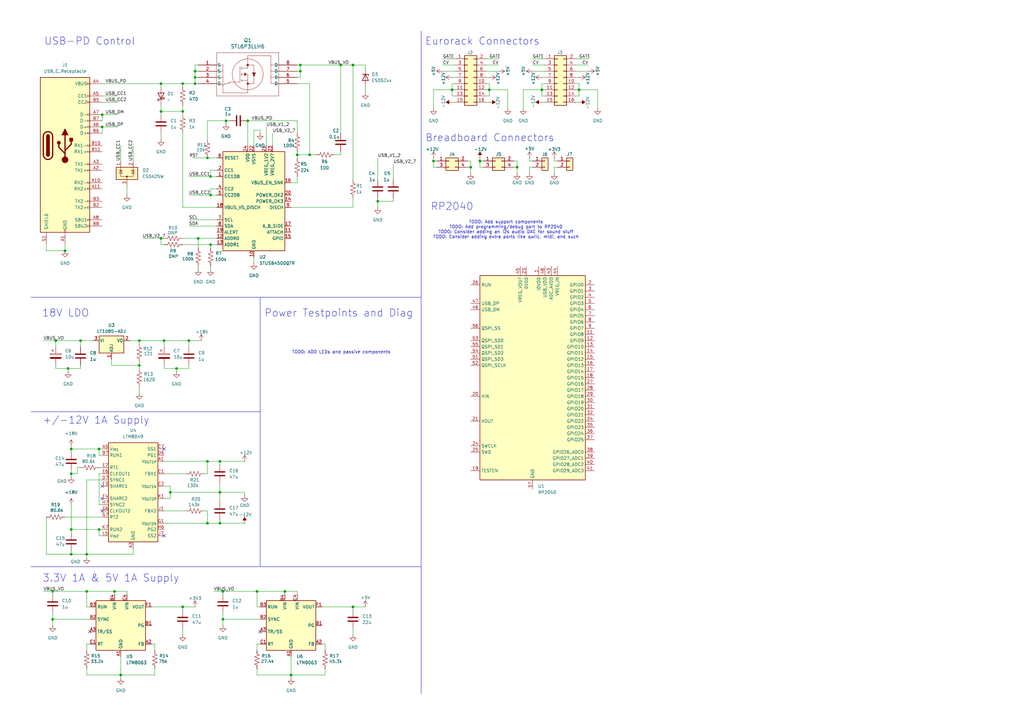
<source format=kicad_sch>
(kicad_sch (version 20231120) (generator "eeschema") (generator_version "8.0")
  (paper "A3")
  (title_block (title "USB-C PD Breadboard Powersupply") (date "2024-09-21") (rev "0x0001") (company "Author: asm2750 (Kareem Matariyeh)"))
  (junction (at 66.04 45.72))
  (junction (at 29.21 217.17))
  (junction (at 22.86 139.7))
  (junction (at 154.94 82.55))
  (junction (at 57.15 149.86))
  (junction (at 35.56 242.57))
  (junction (at 57.15 139.7))
  (junction (at 212.09 68.58))
  (junction (at 193.04 68.58))
  (junction (at 85.09 214.63))
  (junction (at 40.64 217.17))
  (junction (at 81.28 97.79))
  (junction (at 21.59 242.57))
  (junction (at 90.17 189.23))
  (junction (at 74.93 248.92))
  (junction (at 196.85 66.04))
  (junction (at 123.19 29.21))
  (junction (at 91.44 242.57))
  (junction (at 116.84 242.57))
  (junction (at 74.93 45.72))
  (junction (at 139.7 26.67))
  (junction (at 105.41 242.57))
  (junction (at 33.02 139.7))
  (junction (at 86.36 72.39))
  (junction (at 66.04 97.79))
  (junction (at 177.8 66.04))
  (junction (at 85.09 64.77))
  (junction (at 29.21 194.31))
  (junction (at 41.91 52.07))
  (junction (at 80.01 34.29))
  (junction (at 119.38 276.86))
  (junction (at 29.21 227.33))
  (junction (at 123.19 26.67))
  (junction (at 86.36 100.33))
  (junction (at 77.47 139.7))
  (junction (at 41.91 46.99))
  (junction (at 91.44 254))
  (junction (at 127 63.5))
  (junction (at 200.66 36.83))
  (junction (at 92.71 49.53))
  (junction (at 49.53 276.86))
  (junction (at 144.78 26.67))
  (junction (at 85.09 189.23))
  (junction (at 90.17 201.93))
  (junction (at 69.85 201.93))
  (junction (at 222.25 36.83))
  (junction (at 121.92 63.5))
  (junction (at 66.04 34.29))
  (junction (at 80.01 31.75))
  (junction (at 26.67 102.87))
  (junction (at 35.56 227.33))
  (junction (at 86.36 80.01))
  (junction (at 185.42 36.83))
  (junction (at 40.64 184.15))
  (junction (at 90.17 214.63))
  (junction (at 101.6 49.53))
  (junction (at 67.31 139.7))
  (junction (at 72.39 151.13))
  (junction (at 144.78 248.92))
  (junction (at 46.99 242.57))
  (junction (at 29.21 184.15))
  (junction (at 80.01 29.21))
  (junction (at 74.93 34.29))
  (junction (at 237.49 36.83))
  (junction (at 21.59 254))
  (junction (at 27.94 151.13))
  (no_connect (at 41.91 204.47))
  (no_connect (at 41.91 199.39))
  (no_connect (at 41.91 209.55))
  (no_connect (at 67.31 219.71))
  (no_connect (at 67.31 184.15))
  (no_connect (at 36.83 259.08))
  (no_connect (at 106.68 259.08))
  (wire (pts (xy 111.76 54.61) (xy 111.76 59.69)))
  (wire (pts (xy 66.04 45.72) (xy 74.93 45.72)))
  (wire (pts (xy 90.17 189.23) (xy 100.33 189.23)))
  (wire (pts (xy 21.59 242.57) (xy 21.59 243.84)))
  (wire (pts (xy 123.19 29.21) (xy 123.19 26.67)))
  (wire (pts (xy 193.04 66.04) (xy 193.04 68.58)))
  (wire (pts (xy 66.04 45.72) (xy 66.04 46.99)))
  (wire (pts (xy 69.85 204.47) (xy 67.31 204.47)))
  (wire (pts (xy 86.36 100.33) (xy 86.36 101.6)))
  (wire (pts (xy 33.02 149.86) (xy 33.02 151.13)))
  (wire (pts (xy 86.36 72.39) (xy 86.36 69.85)))
  (wire (pts (xy 63.5 274.32) (xy 63.5 276.86)))
  (wire (pts (xy 36.83 248.92) (xy 35.56 248.92)))
  (wire (pts (xy 77.47 80.01) (xy 86.36 80.01)))
  (wire (pts (xy 106.68 248.92) (xy 105.41 248.92)))
  (wire (pts (xy 35.56 196.85) (xy 35.56 227.33)))
  (wire (pts (xy 119.38 85.09) (xy 144.78 85.09)))
  (wire (pts (xy 54.61 227.33) (xy 54.61 224.79)))
  (wire (pts (xy 119.38 269.24) (xy 119.38 276.86)))
  (wire (pts (xy 41.91 34.29) (xy 66.04 34.29)))
  (wire (pts (xy 105.41 274.32) (xy 105.41 276.86)))
  (wire (pts (xy 121.92 29.21) (xy 123.19 29.21)))
  (wire (pts (xy 80.01 34.29) (xy 74.93 34.29)))
  (wire (pts (xy 196.85 66.04) (xy 196.85 64.77)))
  (wire (pts (xy 19.05 100.33) (xy 19.05 102.87)))
  (wire (pts (xy 33.02 139.7) (xy 33.02 142.24)))
  (wire (pts (xy 41.91 39.37) (xy 48.26 39.37)))
  (wire (pts (xy 77.47 90.17) (xy 88.9 90.17)))
  (wire (pts (xy 223.52 34.29) (xy 222.25 34.29)))
  (wire (pts (xy 200.66 34.29) (xy 200.66 36.83)))
  (wire (pts (xy 22.86 149.86) (xy 22.86 151.13)))
  (wire (pts (xy 17.78 139.7) (xy 22.86 139.7)))
  (wire (pts (xy 77.47 139.7) (xy 77.47 142.24)))
  (wire (pts (xy 74.93 257.81) (xy 74.93 260.35)))
  (wire (pts (xy 100.33 203.2) (xy 100.33 201.93)))
  (wire (pts (xy 236.22 24.13) (xy 241.3 24.13)))
  (wire (pts (xy 35.56 276.86) (xy 49.53 276.86)))
  (wire (pts (xy 41.91 46.99) (xy 48.26 46.99)))
  (wire (pts (xy 29.21 194.31) (xy 29.21 195.58)))
  (polyline (pts (xy 12.7 232.41) (xy 172.72 232.41)))
  (wire (pts (xy 74.93 45.72) (xy 74.93 46.99)))
  (wire (pts (xy 222.25 34.29) (xy 222.25 36.83)))
  (wire (pts (xy 69.85 201.93) (xy 90.17 201.93)))
  (wire (pts (xy 161.29 81.28) (xy 161.29 82.55)))
  (wire (pts (xy 74.93 100.33) (xy 86.36 100.33)))
  (wire (pts (xy 91.44 251.46) (xy 91.44 254)))
  (wire (pts (xy 91.44 242.57) (xy 105.41 242.57)))
  (wire (pts (xy 46.99 242.57) (xy 52.07 242.57)))
  (wire (pts (xy 161.29 67.31) (xy 161.29 73.66)))
  (wire (pts (xy 85.09 64.77) (xy 88.9 64.77)))
  (wire (pts (xy 74.93 85.09) (xy 88.9 85.09)))
  (wire (pts (xy 90.17 214.63) (xy 90.17 213.36)))
  (wire (pts (xy 85.09 189.23) (xy 85.09 194.31)))
  (wire (pts (xy 133.35 276.86) (xy 119.38 276.86)))
  (polyline (pts (xy 106.68 121.92) (xy 106.68 232.41)))
  (wire (pts (xy 66.04 54.61) (xy 66.04 57.15)))
  (wire (pts (xy 133.35 274.32) (xy 133.35 276.86)))
  (wire (pts (xy 81.28 26.67) (xy 80.01 26.67)))
  (wire (pts (xy 33.02 139.7) (xy 38.1 139.7)))
  (wire (pts (xy 88.9 97.79) (xy 81.28 97.79)))
  (wire (pts (xy 245.11 36.83) (xy 245.11 44.45)))
  (wire (pts (xy 77.47 72.39) (xy 86.36 72.39)))
  (wire (pts (xy 40.64 194.31) (xy 40.64 207.01)))
  (wire (pts (xy 67.31 151.13) (xy 72.39 151.13)))
  (wire (pts (xy 200.66 36.83) (xy 208.28 36.83)))
  (wire (pts (xy 90.17 198.12) (xy 90.17 201.93)))
  (wire (pts (xy 210.82 68.58) (xy 212.09 68.58)))
  (wire (pts (xy 35.56 228.6) (xy 35.56 227.33)))
  (wire (pts (xy 46.99 242.57) (xy 46.99 243.84)))
  (wire (pts (xy 149.86 35.56) (xy 149.86 38.1)))
  (wire (pts (xy 86.36 69.85) (xy 88.9 69.85)))
  (wire (pts (xy 88.9 72.39) (xy 86.36 72.39)))
  (wire (pts (xy 85.09 49.53) (xy 92.71 49.53)))
  (wire (pts (xy 66.04 34.29) (xy 66.04 35.56)))
  (wire (pts (xy 217.17 68.58) (xy 217.17 71.12)))
  (wire (pts (xy 29.21 193.04) (xy 29.21 194.31)))
  (wire (pts (xy 85.09 57.15) (xy 85.09 49.53)))
  (wire (pts (xy 227.33 66.04) (xy 227.33 64.77)))
  (wire (pts (xy 237.49 36.83) (xy 245.11 36.83)))
  (wire (pts (xy 121.92 62.23) (xy 121.92 63.5)))
  (wire (pts (xy 88.9 100.33) (xy 86.36 100.33)))
  (wire (pts (xy 69.85 199.39) (xy 67.31 199.39)))
  (wire (pts (xy 144.78 85.09) (xy 144.78 81.28)))
  (wire (pts (xy 35.56 242.57) (xy 35.56 248.92)))
  (wire (pts (xy 69.85 201.93) (xy 69.85 199.39)))
  (wire (pts (xy 52.07 243.84) (xy 52.07 242.57)))
  (wire (pts (xy 29.21 217.17) (xy 40.64 217.17)))
  (wire (pts (xy 19.05 102.87) (xy 26.67 102.87)))
  (wire (pts (xy 196.85 66.04) (xy 198.12 66.04)))
  (wire (pts (xy 67.31 194.31) (xy 76.2 194.31)))
  (wire (pts (xy 77.47 92.71) (xy 88.9 92.71)))
  (wire (pts (xy 27.94 151.13) (xy 33.02 151.13)))
  (wire (pts (xy 63.5 276.86) (xy 49.53 276.86)))
  (wire (pts (xy 85.09 214.63) (xy 90.17 214.63)))
  (wire (pts (xy 222.25 36.83) (xy 223.52 36.83)))
  (wire (pts (xy 199.39 41.91) (xy 200.66 41.91)))
  (wire (pts (xy 83.82 194.31) (xy 85.09 194.31)))
  (wire (pts (xy 217.17 66.04) (xy 217.17 64.77)))
  (wire (pts (xy 67.31 149.86) (xy 67.31 151.13)))
  (wire (pts (xy 200.66 39.37) (xy 199.39 39.37)))
  (wire (pts (xy 31.75 194.31) (xy 29.21 194.31)))
  (wire (pts (xy 72.39 151.13) (xy 72.39 152.4)))
  (wire (pts (xy 66.04 97.79) (xy 67.31 97.79)))
  (wire (pts (xy 74.93 34.29) (xy 74.93 35.56)))
  (wire (pts (xy 222.25 39.37) (xy 223.52 39.37)))
  (wire (pts (xy 104.14 53.34) (xy 106.68 53.34)))
  (wire (pts (xy 227.33 68.58) (xy 227.33 71.12)))
  (wire (pts (xy 67.31 214.63) (xy 85.09 214.63)))
  (wire (pts (xy 191.77 68.58) (xy 193.04 68.58)))
  (wire (pts (xy 127 63.5) (xy 121.92 63.5)))
  (wire (pts (xy 218.44 26.67) (xy 223.52 26.67)))
  (wire (pts (xy 185.42 36.83) (xy 185.42 39.37)))
  (wire (pts (xy 40.64 184.15) (xy 41.91 184.15)))
  (wire (pts (xy 57.15 158.75) (xy 57.15 161.29)))
  (wire (pts (xy 41.91 52.07) (xy 41.91 54.61)))
  (wire (pts (xy 236.22 29.21) (xy 241.3 29.21)))
  (wire (pts (xy 132.08 248.92) (xy 144.78 248.92)))
  (wire (pts (xy 17.78 242.57) (xy 21.59 242.57)))
  (wire (pts (xy 181.61 24.13) (xy 186.69 24.13)))
  (wire (pts (xy 40.64 207.01) (xy 41.91 207.01)))
  (wire (pts (xy 49.53 59.69) (xy 49.53 66.04)))
  (wire (pts (xy 85.09 209.55) (xy 85.09 214.63)))
  (wire (pts (xy 40.64 217.17) (xy 41.91 217.17)))
  (wire (pts (xy 185.42 39.37) (xy 186.69 39.37)))
  (wire (pts (xy 62.23 264.16) (xy 63.5 264.16)))
  (wire (pts (xy 132.08 264.16) (xy 133.35 264.16)))
  (wire (pts (xy 91.44 242.57) (xy 91.44 243.84)))
  (polyline (pts (xy 172.72 12.7) (xy 172.72 284.48)))
  (wire (pts (xy 212.09 66.04) (xy 212.09 68.58)))
  (wire (pts (xy 101.6 49.53) (xy 101.6 59.69)))
  (wire (pts (xy 27.94 151.13) (xy 27.94 152.4)))
  (wire (pts (xy 186.69 34.29) (xy 185.42 34.29)))
  (wire (pts (xy 106.68 264.16) (xy 105.41 264.16)))
  (wire (pts (xy 33.02 191.77) (xy 31.75 191.77)))
  (wire (pts (xy 109.22 52.07) (xy 109.22 59.69)))
  (wire (pts (xy 236.22 26.67) (xy 241.3 26.67)))
  (wire (pts (xy 177.8 66.04) (xy 177.8 64.77)))
  (wire (pts (xy 121.92 74.93) (xy 119.38 74.93)))
  (wire (pts (xy 66.04 100.33) (xy 66.04 97.79)))
  (wire (pts (xy 191.77 66.04) (xy 193.04 66.04)))
  (wire (pts (xy 237.49 34.29) (xy 237.49 36.83)))
  (wire (pts (xy 67.31 139.7) (xy 77.47 139.7)))
  (wire (pts (xy 22.86 139.7) (xy 33.02 139.7)))
  (wire (pts (xy 185.42 31.75) (xy 186.69 31.75)))
  (wire (pts (xy 121.92 72.39) (xy 121.92 74.93)))
  (wire (pts (xy 54.61 59.69) (xy 54.61 66.04)))
  (wire (pts (xy 105.41 242.57) (xy 116.84 242.57)))
  (wire (pts (xy 21.59 254) (xy 21.59 256.54)))
  (wire (pts (xy 139.7 62.23) (xy 139.7 63.5)))
  (wire (pts (xy 177.8 66.04) (xy 179.07 66.04)))
  (wire (pts (xy 45.72 149.86) (xy 57.15 149.86)))
  (wire (pts (xy 127 34.29) (xy 127 63.5)))
  (wire (pts (xy 236.22 41.91) (xy 237.49 41.91)))
  (wire (pts (xy 121.92 49.53) (xy 121.92 54.61)))
  (wire (pts (xy 86.36 109.22) (xy 86.36 110.49)))
  (wire (pts (xy 88.9 80.01) (xy 86.36 80.01)))
  (wire (pts (xy 199.39 26.67) (xy 204.47 26.67)))
  (wire (pts (xy 35.56 264.16) (xy 35.56 266.7)))
  (wire (pts (xy 74.93 248.92) (xy 80.01 248.92)))
  (wire (pts (xy 53.34 139.7) (xy 57.15 139.7)))
  (wire (pts (xy 144.78 26.67) (xy 144.78 73.66)))
  (wire (pts (xy 222.25 31.75) (xy 223.52 31.75)))
  (wire (pts (xy 41.91 52.07) (xy 48.26 52.07)))
  (wire (pts (xy 121.92 31.75) (xy 123.19 31.75)))
  (wire (pts (xy 52.07 76.2) (xy 52.07 80.01)))
  (wire (pts (xy 22.86 151.13) (xy 27.94 151.13)))
  (wire (pts (xy 41.91 41.91) (xy 48.26 41.91)))
  (wire (pts (xy 29.21 227.33) (xy 35.56 227.33)))
  (wire (pts (xy 218.44 24.13) (xy 223.52 24.13)))
  (wire (pts (xy 74.93 43.18) (xy 74.93 45.72)))
  (wire (pts (xy 67.31 189.23) (xy 85.09 189.23)))
  (wire (pts (xy 105.41 242.57) (xy 105.41 248.92)))
  (polyline (pts (xy 12.7 121.92) (xy 172.72 121.92)))
  (wire (pts (xy 36.83 264.16) (xy 35.56 264.16)))
  (wire (pts (xy 21.59 242.57) (xy 35.56 242.57)))
  (wire (pts (xy 196.85 68.58) (xy 196.85 66.04)))
  (wire (pts (xy 237.49 39.37) (xy 236.22 39.37)))
  (wire (pts (xy 49.53 269.24) (xy 49.53 276.86)))
  (wire (pts (xy 19.05 212.09) (xy 19.05 227.33)))
  (wire (pts (xy 185.42 36.83) (xy 186.69 36.83)))
  (wire (pts (xy 57.15 149.86) (xy 57.15 151.13)))
  (wire (pts (xy 77.47 149.86) (xy 77.47 151.13)))
  (wire (pts (xy 21.59 251.46) (xy 21.59 254)))
  (wire (pts (xy 81.28 109.22) (xy 81.28 110.49)))
  (wire (pts (xy 77.47 139.7) (xy 82.55 139.7)))
  (wire (pts (xy 104.14 53.34) (xy 104.14 59.69)))
  (wire (pts (xy 90.17 201.93) (xy 90.17 205.74)))
  (wire (pts (xy 105.41 276.86) (xy 119.38 276.86)))
  (wire (pts (xy 100.33 201.93) (xy 90.17 201.93)))
  (wire (pts (xy 144.78 248.92) (xy 149.86 248.92)))
  (wire (pts (xy 66.04 43.18) (xy 66.04 45.72)))
  (wire (pts (xy 222.25 36.83) (xy 214.63 36.83)))
  (wire (pts (xy 121.92 34.29) (xy 127 34.29)))
  (wire (pts (xy 49.53 276.86) (xy 49.53 278.13)))
  (wire (pts (xy 87.63 242.57) (xy 91.44 242.57)))
  (wire (pts (xy 200.66 36.83) (xy 200.66 39.37)))
  (wire (pts (xy 80.01 31.75) (xy 81.28 31.75)))
  (wire (pts (xy 35.56 242.57) (xy 46.99 242.57)))
  (wire (pts (xy 105.41 264.16) (xy 105.41 266.7)))
  (wire (pts (xy 237.49 36.83) (xy 237.49 39.37)))
  (wire (pts (xy 35.56 227.33) (xy 54.61 227.33)))
  (wire (pts (xy 154.94 64.77) (xy 154.94 73.66)))
  (wire (pts (xy 199.39 24.13) (xy 204.47 24.13)))
  (wire (pts (xy 227.33 66.04) (xy 228.6 66.04)))
  (wire (pts (xy 29.21 184.15) (xy 29.21 185.42)))
  (wire (pts (xy 41.91 194.31) (xy 40.64 194.31)))
  (wire (pts (xy 74.93 248.92) (xy 74.93 250.19)))
  (wire (pts (xy 116.84 242.57) (xy 116.84 243.84)))
  (wire (pts (xy 199.39 29.21) (xy 204.47 29.21)))
  (wire (pts (xy 36.83 254) (xy 21.59 254)))
  (wire (pts (xy 92.71 49.53) (xy 92.71 50.8)))
  (wire (pts (xy 121.92 26.67) (xy 123.19 26.67)))
  (wire (pts (xy 149.86 26.67) (xy 149.86 27.94)))
  (wire (pts (xy 40.64 191.77) (xy 41.91 191.77)))
  (wire (pts (xy 181.61 26.67) (xy 186.69 26.67)))
  (wire (pts (xy 193.04 68.58) (xy 193.04 71.12)))
  (wire (pts (xy 237.49 36.83) (xy 236.22 36.83)))
  (wire (pts (xy 185.42 41.91) (xy 186.69 41.91)))
  (wire (pts (xy 80.01 29.21) (xy 81.28 29.21)))
  (wire (pts (xy 58.42 97.79) (xy 66.04 97.79)))
  (wire (pts (xy 90.17 189.23) (xy 90.17 190.5)))
  (wire (pts (xy 26.67 100.33) (xy 26.67 102.87)))
  (wire (pts (xy 218.44 29.21) (xy 223.52 29.21)))
  (wire (pts (xy 41.91 219.71) (xy 40.64 219.71)))
  (wire (pts (xy 66.04 34.29) (xy 74.93 34.29)))
  (wire (pts (xy 83.82 209.55) (xy 85.09 209.55)))
  (wire (pts (xy 90.17 214.63) (xy 100.33 214.63)))
  (wire (pts (xy 200.66 36.83) (xy 199.39 36.83)))
  (wire (pts (xy 185.42 36.83) (xy 177.8 36.83)))
  (wire (pts (xy 161.29 82.55) (xy 154.94 82.55)))
  (wire (pts (xy 41.91 196.85) (xy 35.56 196.85)))
  (wire (pts (xy 29.21 226.06) (xy 29.21 227.33)))
  (wire (pts (xy 185.42 34.29) (xy 185.42 36.83)))
  (wire (pts (xy 91.44 254) (xy 91.44 256.54)))
  (wire (pts (xy 217.17 66.04) (xy 218.44 66.04)))
  (wire (pts (xy 29.21 218.44) (xy 29.21 217.17)))
  (wire (pts (xy 62.23 248.92) (xy 74.93 248.92)))
  (wire (pts (xy 119.38 276.86) (xy 119.38 278.13)))
  (wire (pts (xy 81.28 97.79) (xy 81.28 101.6)))
  (wire (pts (xy 198.12 68.58) (xy 196.85 68.58)))
  (wire (pts (xy 86.36 77.47) (xy 88.9 77.47)))
  (wire (pts (xy 85.09 189.23) (xy 90.17 189.23)))
  (wire (pts (xy 218.44 68.58) (xy 217.17 68.58)))
  (wire (pts (xy 67.31 209.55) (xy 76.2 209.55)))
  (wire (pts (xy 80.01 29.21) (xy 80.01 31.75)))
  (wire (pts (xy 67.31 100.33) (xy 66.04 100.33)))
  (wire (pts (xy 199.39 34.29) (xy 200.66 34.29)))
  (wire (pts (xy 133.35 264.16) (xy 133.35 266.7)))
  (wire (pts (xy 144.78 257.81) (xy 144.78 260.35)))
  (wire (pts (xy 228.6 68.58) (xy 227.33 68.58)))
  (wire (pts (xy 67.31 139.7) (xy 67.31 142.24)))
  (wire (pts (xy 74.93 97.79) (xy 81.28 97.79)))
  (wire (pts (xy 72.39 151.13) (xy 77.47 151.13)))
  (wire (pts (xy 74.93 54.61) (xy 74.93 85.09)))
  (wire (pts (xy 179.07 68.58) (xy 177.8 68.58)))
  (wire (pts (xy 41.91 46.99) (xy 41.91 49.53)))
  (wire (pts (xy 106.68 254) (xy 91.44 254)))
  (wire (pts (xy 222.25 41.91) (xy 223.52 41.91)))
  (wire (pts (xy 22.86 142.24) (xy 22.86 139.7)))
  (wire (pts (xy 78.74 64.77) (xy 85.09 64.77)))
  (wire (pts (xy 106.68 53.34) (xy 106.68 54.61)))
  (wire (pts (xy 236.22 34.29) (xy 237.49 34.29)))
  (wire (pts (xy 63.5 264.16) (xy 63.5 266.7)))
  (wire (pts (xy 154.94 82.55) (xy 154.94 85.09)))
  (wire (pts (xy 80.01 31.75) (xy 80.01 34.29)))
  (wire (pts (xy 29.21 207.01) (xy 29.21 217.17)))
  (wire (pts (xy 45.72 147.32) (xy 45.72 149.86)))
  (wire (pts (xy 31.75 191.77) (xy 31.75 194.31)))
  (wire (pts (xy 29.21 182.88) (xy 29.21 184.15)))
  (wire (pts (xy 80.01 34.29) (xy 81.28 34.29)))
  (wire (pts (xy 123.19 31.75) (xy 123.19 29.21)))
  (wire (pts (xy 121.92 243.84) (xy 121.92 242.57)))
  (wire (pts (xy 104.14 105.41) (xy 104.14 107.95)))
  (wire (pts (xy 93.98 49.53) (xy 92.71 49.53)))
  (wire (pts (xy 214.63 36.83) (xy 214.63 44.45)))
  (wire (pts (xy 86.36 77.47) (xy 86.36 80.01)))
  (wire (pts (xy 177.8 68.58) (xy 177.8 66.04)))
  (wire (pts (xy 57.15 148.59) (xy 57.15 149.86)))
  (wire (pts (xy 69.85 201.93) (xy 69.85 204.47)))
  (wire (pts (xy 57.15 139.7) (xy 57.15 140.97)))
  (wire (pts (xy 177.8 36.83) (xy 177.8 44.45)))
  (wire (pts (xy 236.22 31.75) (xy 237.49 31.75)))
  (wire (pts (xy 40.64 184.15) (xy 40.64 186.69)))
  (wire (pts (xy 212.09 68.58) (xy 212.09 71.12)))
  (wire (pts (xy 26.67 212.09) (xy 41.91 212.09)))
  (wire (pts (xy 40.64 217.17) (xy 40.64 219.71)))
  (wire (pts (xy 154.94 81.28) (xy 154.94 82.55)))
  (wire (pts (xy 181.61 29.21) (xy 186.69 29.21)))
  (wire (pts (xy 101.6 49.53) (xy 121.92 49.53)))
  (wire (pts (xy 222.25 36.83) (xy 222.25 39.37)))
  (wire (pts (xy 144.78 248.92) (xy 144.78 250.19)))
  (wire (pts (xy 129.54 63.5) (xy 127 63.5)))
  (wire (pts (xy 139.7 26.67) (xy 139.7 54.61)))
  (wire (pts (xy 144.78 26.67) (xy 149.86 26.67)))
  (wire (pts (xy 29.21 184.15) (xy 40.64 184.15)))
  (wire (pts (xy 210.82 66.04) (xy 212.09 66.04)))
  (wire (pts (xy 199.39 31.75) (xy 200.66 31.75)))
  (wire (pts (xy 139.7 63.5) (xy 137.16 63.5)))
  (wire (pts (xy 57.15 139.7) (xy 67.31 139.7)))
  (wire (pts (xy 80.01 26.67) (xy 80.01 29.21)))
  (wire (pts (xy 121.92 63.5) (xy 121.92 64.77)))
  (wire (pts (xy 139.7 26.67) (xy 144.78 26.67)))
  (wire (pts (xy 35.56 274.32) (xy 35.56 276.86)))
  (polyline (pts (xy 12.7 168.91) (xy 106.68 168.91)))
  (wire (pts (xy 208.28 36.83) (xy 208.28 44.45)))
  (wire (pts (xy 123.19 26.67) (xy 139.7 26.67)))
  (wire (pts (xy 19.05 227.33) (xy 29.21 227.33)))
  (wire (pts (xy 116.84 242.57) (xy 121.92 242.57)))
  (wire (pts (xy 41.91 186.69) (xy 40.64 186.69)))
  (text "RP2040" (at 185.42 84.836 0) (effects (font (size 3 3))))
  (text "3.3V 1A & 5V 1A Supply" (at 45.466 237.236 0) (effects (font (size 3 3))))
  (text "18V LDO" (at 26.924 128.524 0) (effects (font (size 3 3))))
  (text "Eurorack Connectors" (at 197.866 17.018 0) (effects (font (size 3 3))))
  (text "Power Testpoints and Diag" (at 138.938 128.524 0) (effects (font (size 3 3))))
  (text "+/-12V 1A Supply" (at 39.37 172.466 0) (effects (font (size 3 3))))
  (text "Breadboard Connectors" (at 200.914 56.642 0) (effects (font (size 3 3))))
  (text "TODO: ADD LEDs and passive components" (at 139.954 144.526 0) (effects (font (size 1.27 1.27))))
  (text "USB-PD Control" (at 36.83 17.018 0) (effects (font (size 3 3))))
  (text "TODO: Add support components\nTODO: Add programming/debug port to RP2040\nTODO: Consider adding an i2s audio DAC for sound stuff\nTODO: Consider adding extra ports like qwiic, midi, and such" (at 207.518 94.234 0) (effects (font (size 1.27 1.27))))
  (label "VBUS_VO" (at 134.62 26.67 0))
  (label "USB_V2_7" (at 161.29 67.31 0))
  (label "CV" (at 201.93 26.67 0))
  (label "USB_DP" (at 43.18 52.07 0))
  (label "USB_CC1" (at 43.18 39.37 0))
  (label "USB_CC1" (at 49.53 66.04 90))
  (label "VBUS_VO" (at 17.78 242.57 0))
  (label "RST" (at 81.28 64.77 180))
  (label "USB_CC2" (at 77.47 80.01 0))
  (label "USB_CC2" (at 54.61 66.04 90))
  (label "USB_V2_7" (at 58.42 97.79 0))
  (label "VBUS_PD" (at 111.76 49.53 180))
  (label "VBUS_PD" (at 43.18 34.29 0))
  (label "GATE" (at 181.61 24.13 0))
  (label "USB_DM" (at 43.18 46.99 0))
  (label "USB_V1_2" (at 109.22 52.07 0))
  (label "VBUS_VO" (at 87.63 242.57 0))
  (label "VBUS_VO" (at 17.78 139.7 0))
  (label "CV" (at 181.61 26.67 0))
  (label "USB_CC1" (at 77.47 72.39 0))
  (label "GATE" (at 218.44 24.13 0))
  (label "SDA" (at 77.47 92.71 0))
  (label "CV" (at 238.76 26.67 0))
  (label "USB_CC2" (at 43.18 41.91 0))
  (label "GATE" (at 237.49 24.13 0))
  (label "USB_V2_7" (at 111.76 54.61 0))
  (label "SCL" (at 77.47 90.17 0))
  (label "USB_V1_2" (at 154.94 64.77 0))
  (label "CV" (at 218.44 26.67 0))
  (label "GATE" (at 200.66 24.13 0))
  (symbol (lib_id "power:-12V") (at 100.33 214.63 0) (unit 1)
    (property "Reference" "#PWR029" (effects (hide yes)))
    (property "Value" "-12V" (at 100.584 211.074 0))
    (property "Description" "Power symbol creates a global label with name \"-12V\"" (effects (hide yes)))
  )
  (symbol (lib_id "Device:R_US") (at 80.01 209.55 90) (unit 1)
    (property "Reference" "R20" (at 82.296 204.724 90) (effects (justify left)))
    (property "Value" "143k" (at 82.042 207.01 90) (effects (justify left)))
    (property "Description" "Resistor, US symbol" (effects (hide yes)))
  )
  (symbol (lib_id "power:-12V") (at 185.42 41.91 90) (unit 1)
    (property "Reference" "#PWR030" (effects (hide yes)))
    (property "Value" "-12V" (at 181.864 41.656 0))
    (property "Description" "Power symbol creates a global label with name \"-12V\"" (effects (hide yes)))
  )
  (symbol (lib_id "power:+12V") (at 185.42 31.75 90) (mirror x) (unit 1)
    (property "Reference" "#PWR033" (effects (hide yes)))
    (property "Value" "+12V" (at 181.864 32.258 0))
    (property "Description" "Power symbol creates a global label with name \"+12V\"" (effects (hide yes)))
  )
  (symbol (lib_id "Device:C") (at 33.02 146.05 0) (unit 1)
    (property "Reference" "C8" (at 36.83 144.7799 0) (effects (justify left)))
    (property "Value" "1u" (at 36.83 147.3199 0) (effects (justify left)))
    (property "Footprint" "Capacitor_SMD:C_0603_1608Metric" (effects (hide yes)))
    (property "Description" "Unpolarized capacitor" (effects (hide yes)))
  )
  (symbol (lib_id "Connector:USB_C_Receptacle") (at 26.67 59.69 0) (unit 1)
    (property "Reference" "J1" (at 26.67 26.67 0))
    (property "Value" "USB_C_Receptacle" (at 26.67 29.21 0))
    (property "Footprint" "Connector_USB:USB_C_Receptacle_Amphenol_12401610E4-2A" (effects (hide yes)))
    (property "Datasheet" "https://www.usb.org/sites/default/files/documents/usb_type-c.zip" (effects (hide yes)))
    (property "Description" "USB Full-Featured Type-C Receptacle connector" (effects (hide yes)))
  )
  (symbol (lib_id "Device:R_US") (at 81.28 105.41 0) (unit 1)
    (property "Reference" "R8" (at 76.708 104.14 0) (effects (justify left)))
    (property "Value" "100k" (at 74.676 106.172 0) (effects (justify left)))
    (property "Description" "Resistor, US symbol" (effects (hide yes)))
  )
  (symbol (lib_id "Device:R_US") (at 86.36 105.41 0) (unit 1)
    (property "Reference" "R7" (at 88.392 103.886 0) (effects (justify left)))
    (property "Value" "100k" (at 88.138 106.426 0) (effects (justify left)))
    (property "Description" "Resistor, US symbol" (effects (hide yes)))
  )
  (symbol (lib_id "power:+3V3") (at 80.01 248.92 0) (unit 1)
    (property "Reference" "#PWR016" (effects (hide yes)))
    (property "Value" "+3V3" (at 80.01 245.364 0))
    (property "Description" "Power symbol creates a global label with name \"+3V3\"" (effects (hide yes)))
  )
  (symbol (lib_id "power:GND") (at 49.53 278.13 0) (unit 1)
    (property "Reference" "#PWR015" (effects (hide yes)))
    (property "Value" "GND" (at 49.53 283.21 0))
    (property "Description" "Power symbol creates a global label with name \"GND\" , ground" (effects (hide yes)))
  )
  (symbol (lib_id "Device:C") (at 29.21 222.25 0) (unit 1)
    (property "Reference" "C15" (at 22.86 220.726 0) (effects (justify left)))
    (property "Value" "47u" (at 22.86 223.266 0) (effects (justify left)))
    (property "Footprint" "Capacitor_SMD:C_0603_1608Metric" (effects (hide yes)))
    (property "Description" "Unpolarized capacitor" (effects (hide yes)))
  )
  (symbol (lib_id "power:+8V") (at 82.55 139.7 0) (unit 1)
    (property "Reference" "#PWR014" (effects (hide yes)))
    (property "Value" "+18V" (at 82.804 136.144 0))
    (property "Description" "Power symbol creates a global label with name \"+8V\"" (effects (hide yes)))
  )
  (symbol (lib_id "Device:C") (at 139.7 58.42 0) (unit 1)
    (property "Reference" "C2" (at 136.398 53.594 0) (effects (justify left)))
    (property "Value" "0.1u" (at 134.874 56.134 0) (effects (justify left)))
    (property "Footprint" "Capacitor_SMD:C_0603_1608Metric" (effects (hide yes)))
    (property "Description" "Unpolarized capacitor" (effects (hide yes)))
  )
  (symbol (lib_id "power:+3V3") (at 181.61 29.21 90) (mirror x) (unit 1)
    (property "Reference" "#PWR035" (effects (hide yes)))
    (property "Value" "+5V" (at 177.8 29.21 0))
    (property "Description" "Power symbol creates a global label with name \"+3V3\"" (effects (hide yes)))
  )
  (symbol (lib_id "power:+12V") (at 237.49 31.75 270) (unit 1)
    (property "Reference" "#PWR042" (effects (hide yes)))
    (property "Value" "+12V" (at 241.046 32.258 0))
    (property "Description" "Power symbol creates a global label with name \"+12V\"" (effects (hide yes)))
  )
  (symbol (lib_id "Device:R_US") (at 57.15 144.78 0) (unit 1)
    (property "Reference" "R12" (at 58.674 143.002 0) (effects (justify left)))
    (property "Value" "121" (at 58.928 145.034 0) (effects (justify left)))
    (property "Description" "Resistor, US symbol" (effects (hide yes)))
  )
  (symbol (lib_id "Connector_Generic:Conn_01x02") (at 233.68 66.04 0) (unit 1)
    (property "Reference" "J7" (at 232.41 63.246 0) (effects (justify left)))
    (property "Value" "Conn_01x02" (effects (hide yes)))
    (property "Footprint" "Connector_PinHeader_2.54mm:PinHeader_1x02_P2.54mm_Vertical" (effects (hide yes)))
    (property "Description" "Generic connector, single row, 01x02, script generated (kicad-library-utils/schlib/autogen/connector/)" (effects (hide yes)))
  )
  (symbol (lib_id "power:GND") (at 91.44 256.54 0) (unit 1)
    (property "Reference" "#PWR019" (effects (hide yes)))
    (property "Value" "GND" (at 91.44 261.62 0))
    (property "Description" "Power symbol creates a global label with name \"GND\" , ground" (effects (hide yes)))
  )
  (symbol (lib_id "Connector_Generic:Conn_02x08_Odd_Even") (at 228.6 31.75 0) (unit 1)
    (property "Reference" "J3" (at 229.616 21.59 0))
    (property "Value" "Conn_02x08_Odd_Even" (effects (hide yes)))
    (property "Footprint" "Connector_IDC:IDC-Header_2x08_P2.54mm_Vertical" (effects (hide yes)))
    (property "Description" "Generic connector, double row, 02x08, odd/even pin numbering scheme (row 1 odd numbers, row 2 even numbers), script generated (kicad-library-utils/schlib/autogen/connector/)" (effects (hide yes)))
  )
  (symbol (lib_id "Connector_Generic:Conn_01x02") (at 223.52 66.04 0) (unit 1)
    (property "Reference" "J6" (at 222.25 63.246 0) (effects (justify left)))
    (property "Value" "Conn_01x02" (effects (hide yes)))
    (property "Footprint" "Connector_PinHeader_2.54mm:PinHeader_1x02_P2.54mm_Vertical" (effects (hide yes)))
    (property "Description" "Generic connector, single row, 01x02, script generated (kicad-library-utils/schlib/autogen/connector/)" (effects (hide yes)))
  )
  (symbol (lib_id "power:GND") (at 212.09 71.12 0) (mirror y) (unit 1)
    (property "Reference" "#PWR049" (effects (hide yes)))
    (property "Value" "GND" (at 212.09 74.93 0))
    (property "Description" "Power symbol creates a global label with name \"GND\" , ground" (effects (hide yes)))
  )
  (symbol (lib_id "Device:R_US") (at 144.78 77.47 0) (unit 1)
    (property "Reference" "R1" (at 146.05 76.2 0) (effects (justify left)))
    (property "Value" "1k" (at 146.05 78.74 0) (effects (justify left)))
    (property "Footprint" "Resistor_SMD:R_0603_1608Metric" (effects (hide yes)))
    (property "Description" "Resistor, US symbol" (effects (hide yes)))
  )
  (symbol (lib_id "power:GND") (at 144.78 260.35 0) (unit 1)
    (property "Reference" "#PWR021" (effects (hide yes)))
    (property "Value" "GND" (at 144.78 265.43 0))
    (property "Description" "Power symbol creates a global label with name \"GND\" , ground" (effects (hide yes)))
  )
  (symbol (lib_id "Device:R_US") (at 85.09 60.96 0) (unit 1)
    (property "Reference" "R11" (at 80.772 59.436 0) (effects (justify left)))
    (property "Value" "10k" (at 80.518 61.468 0) (effects (justify left)))
    (property "Description" "Resistor, US symbol" (effects (hide yes)))
  )
  (symbol (lib_id "power:+12V") (at 177.8 64.77 0) (mirror y) (unit 1)
    (property "Reference" "#PWR046" (effects (hide yes)))
    (property "Value" "+12V" (at 177.292 61.214 0))
    (property "Description" "Power symbol creates a global label with name \"+12V\"" (effects (hide yes)))
  )
  (symbol (lib_id "power:GND") (at 21.59 256.54 0) (unit 1)
    (property "Reference" "#PWR017" (effects (hide yes)))
    (property "Value" "GND" (at 21.59 261.62 0))
    (property "Description" "Power symbol creates a global label with name \"GND\" , ground" (effects (hide yes)))
  )
  (symbol (lib_id "Regulator_Switching:LTM8049") (at 54.61 201.93 0) (unit 1)
    (property "Reference" "U4" (at 54.61 176.53 0))
    (property "Value" "LTM8049" (at 54.61 179.07 0))
    (property "Footprint" "Package_BGA:Analog_BGA-77_9.0x15.0mm_Layout7x11_P1.27mm_Ball0.63mm" (effects (hide yes)))
    (property "Datasheet" "https://www.analog.com/media/en/technical-documentation/data-sheets/LTM8049.pdf" (effects (hide yes)))
    (property "Description" "Dual SEPIC or Inverting μModule DC/DC Converter, 2.6 to 20V input, 2.5V to 24V or -2.5V to -24V output, 1A @ 5V output current per converter, BGA-77 package." (effects (hide yes)))
  )
  (symbol (lib_id "Device:R_US") (at 133.35 63.5 90) (unit 1)
    (property "Reference" "R6" (at 133.096 66.294 90))
    (property "Value" "100" (at 133.096 68.834 90))
    (property "Description" "Resistor, US symbol" (effects (hide yes)))
  )
  (symbol (lib_id "power:+3V3") (at 217.17 64.77 0) (unit 1)
    (property "Reference" "#PWR050" (effects (hide yes)))
    (property "Value" "+5V" (at 217.17 60.96 0))
    (property "Description" "Power symbol creates a global label with name \"+3V3\"" (effects (hide yes)))
  )
  (symbol (lib_id "MCU_RaspberryPi:RP2040") (at 218.44 154.94 0) (unit 1)
    (property "Reference" "U1" (at 220.6341 199.39 0) (effects (justify left)))
    (property "Value" "RP2040" (at 220.6341 201.93 0) (effects (justify left)))
    (property "Footprint" "Package_DFN_QFN:QFN-56-1EP_7x7mm_P0.4mm_EP3.2x3.2mm" (effects (hide yes)))
    (property "Datasheet" "https://datasheets.raspberrypi.com/rp2040/rp2040-datasheet.pdf" (effects (hide yes)))
    (property "Description" "A microcontroller by Raspberry Pi" (effects (hide yes)))
  )
  (symbol (lib_id "power:GND") (at 245.11 44.45 0) (mirror y) (unit 1)
    (property "Reference" "#PWR045" (effects (hide yes)))
    (property "Value" "GND" (at 245.11 49.53 0))
    (property "Description" "Power symbol creates a global label with name \"GND\" , ground" (effects (hide yes)))
  )
  (symbol (lib_id "power:GND") (at 57.15 161.29 0) (unit 1)
    (property "Reference" "#PWR011" (effects (hide yes)))
    (property "Value" "GND" (at 57.15 166.37 0))
    (property "Description" "Power symbol creates a global label with name \"GND\" , ground" (effects (hide yes)))
  )
  (symbol (lib_id "Device:C") (at 90.17 194.31 0) (unit 1)
    (property "Reference" "C16" (at 93.98 193.0399 0) (effects (justify left)))
    (property "Value" "47u" (at 93.98 195.5799 0) (effects (justify left)))
    (property "Footprint" "Capacitor_SMD:C_0603_1608Metric" (effects (hide yes)))
    (property "Description" "Unpolarized capacitor" (effects (hide yes)))
  )
  (symbol (lib_id "Device:R_US") (at 105.41 270.51 0) (unit 1)
    (property "Reference" "R16" (at 107.188 268.986 0) (effects (justify left)))
    (property "Value" "27.4k" (at 106.934 271.272 0) (effects (justify left)))
    (property "Description" "Resistor, US symbol" (effects (hide yes)))
  )
  (symbol (lib_id "Device:C") (at 144.78 254 180) (unit 1)
    (property "Reference" "C13" (at 148.59 252.7299 0) (effects (justify right)))
    (property "Value" "22u" (at 148.59 255.2699 0) (effects (justify right)))
    (property "Footprint" "Capacitor_SMD:C_0603_1608Metric" (effects (hide yes)))
    (property "Description" "Unpolarized capacitor" (effects (hide yes)))
  )
  (symbol (lib_id "power:GND") (at 74.93 260.35 0) (unit 1)
    (property "Reference" "#PWR018" (effects (hide yes)))
    (property "Value" "GND" (at 74.93 265.43 0))
    (property "Description" "Power symbol creates a global label with name \"GND\" , ground" (effects (hide yes)))
  )
  (symbol (lib_id "Device:C_Polarized") (at 22.86 146.05 0) (unit 1)
    (property "Reference" "C6" (at 26.67 143.8909 0) (effects (justify left)))
    (property "Value" "10u" (at 26.67 146.4309 0) (effects (justify left)))
    (property "Footprint" "Capacitor_SMD:CP_Elec_3x5.3" (effects (hide yes)))
    (property "Description" "Polarized capacitor" (effects (hide yes)))
  )
  (symbol (lib_id "Device:C_Polarized") (at 67.31 146.05 0) (unit 1)
    (property "Reference" "C7" (at 71.12 143.8909 0) (effects (justify left)))
    (property "Value" "10u" (at 71.12 146.4309 0) (effects (justify left)))
    (property "Footprint" "Capacitor_SMD:CP_Elec_3x5.3" (effects (hide yes)))
    (property "Description" "Polarized capacitor" (effects (hide yes)))
  )
  (symbol (lib_id "Device:R_US") (at 35.56 270.51 0) (unit 1)
    (property "Reference" "R15" (at 37.338 268.986 0) (effects (justify left)))
    (property "Value" "33.2k" (at 37.084 271.272 0) (effects (justify left)))
    (property "Description" "Resistor, US symbol" (effects (hide yes)))
  )
  (symbol (lib_id "power:+3V3") (at 204.47 29.21 270) (unit 1)
    (property "Reference" "#PWR034" (effects (hide yes)))
    (property "Value" "+5V" (at 208.28 29.21 0))
    (property "Description" "Power symbol creates a global label with name \"+3V3\"" (effects (hide yes)))
  )
  (symbol (lib_id "Device:R_US") (at 74.93 50.8 0) (unit 1)
    (property "Reference" "R3" (at 77.47 49.5299 0) (effects (justify left)))
    (property "Value" "1k" (at 77.47 52.0699 0) (effects (justify left)))
    (property "Description" "Resistor, US symbol" (effects (hide yes)))
  )
  (symbol (lib_id "Diode:ESD5Zxx") (at 149.86 31.75 270) (unit 1)
    (property "Reference" "D3" (at 152.4 30.4799 90) (effects (justify left)))
    (property "Value" "ESD5Zxx" (at 152.4 33.0199 90) (effects (justify left)))
    (property "Footprint" "Diode_SMD:D_SOD-523" (effects (hide yes)))
    (property "Datasheet" "https://www.onsemi.com/pdf/datasheet/esd5z2.5t1-d.pdf" (effects (hide yes)))
    (property "Description" "ESD Protection Diode, SOD-523" (effects (hide yes)))
  )
  (symbol (lib_id "power:GND") (at 119.38 278.13 0) (unit 1)
    (property "Reference" "#PWR020" (effects (hide yes)))
    (property "Value" "GND" (at 119.38 283.21 0))
    (property "Description" "Power symbol creates a global label with name \"GND\" , ground" (effects (hide yes)))
  )
  (symbol (lib_id "Device:R_US") (at 121.92 58.42 0) (unit 1)
    (property "Reference" "R4" (at 118.11 57.658 0) (effects (justify left)))
    (property "Value" "100k" (at 116.078 59.69 0) (effects (justify left)))
    (property "Description" "Resistor, US symbol" (effects (hide yes)))
  )
  (symbol (lib_id "Device:C") (at 21.59 247.65 180) (unit 1)
    (property "Reference" "C10" (at 25.4 246.3799 0) (effects (justify right)))
    (property "Value" "1u" (at 25.4 248.9199 0) (effects (justify right)))
    (property "Footprint" "Capacitor_SMD:C_0603_1608Metric" (effects (hide yes)))
    (property "Description" "Unpolarized capacitor" (effects (hide yes)))
  )
  (symbol (lib_id "power:GND") (at 106.68 54.61 0) (unit 1)
    (property "Reference" "#PWR08" (effects (hide yes)))
    (property "Value" "GND" (at 106.68 59.69 0))
    (property "Description" "Power symbol creates a global label with name \"GND\" , ground" (effects (hide yes)))
  )
  (symbol (lib_id "power:+3V3") (at 218.44 29.21 90) (mirror x) (unit 1)
    (property "Reference" "#PWR039" (effects (hide yes)))
    (property "Value" "+5V" (at 214.63 29.21 0))
    (property "Description" "Power symbol creates a global label with name \"+3V3\"" (effects (hide yes)))
  )
  (symbol (lib_id "power:GND") (at 35.56 228.6 0) (unit 1)
    (property "Reference" "#PWR024" (effects (hide yes)))
    (property "Value" "GND" (at 30.988 230.378 0))
    (property "Description" "Power symbol creates a global label with name \"GND\" , ground" (effects (hide yes)))
  )
  (symbol (lib_id "power:GND") (at 193.04 71.12 0) (mirror y) (unit 1)
    (property "Reference" "#PWR047" (effects (hide yes)))
    (property "Value" "GND" (at 193.04 74.93 0))
    (property "Description" "Power symbol creates a global label with name \"GND\" , ground" (effects (hide yes)))
  )
  (symbol (lib_id "power:GND") (at 86.36 110.49 0) (unit 1)
    (property "Reference" "#PWR09" (effects (hide yes)))
    (property "Value" "GND" (at 86.36 115.57 0))
    (property "Description" "Power symbol creates a global label with name \"GND\" , ground" (effects (hide yes)))
  )
  (symbol (lib_id "power:-12V") (at 222.25 41.91 90) (unit 1)
    (property "Reference" "#PWR041" (effects (hide yes)))
    (property "Value" "-12V" (at 218.694 41.656 0))
    (property "Description" "Power symbol creates a global label with name \"-12V\"" (effects (hide yes)))
  )
  (symbol (lib_id "power:GND") (at 92.71 50.8 0) (unit 1)
    (property "Reference" "#PWR07" (effects (hide yes)))
    (property "Value" "GND" (at 92.71 55.88 0))
    (property "Description" "Power symbol creates a global label with name \"GND\" , ground" (effects (hide yes)))
  )
  (symbol (lib_id "Device:R_US") (at 63.5 270.51 0) (unit 1)
    (property "Reference" "R14" (at 65.278 268.986 0) (effects (justify left)))
    (property "Value" "75k" (at 65.024 271.272 0) (effects (justify left)))
    (property "Description" "Resistor, US symbol" (effects (hide yes)))
  )
  (symbol (lib_id "power:+12V") (at 222.25 31.75 90) (mirror x) (unit 1)
    (property "Reference" "#PWR040" (effects (hide yes)))
    (property "Value" "+12V" (at 218.694 32.258 0))
    (property "Description" "Power symbol creates a global label with name \"+12V\"" (effects (hide yes)))
  )
  (symbol (lib_id "Device:C") (at 90.17 209.55 0) (unit 1)
    (property "Reference" "C17" (at 93.98 208.2799 0) (effects (justify left)))
    (property "Value" "47u" (at 93.98 210.8199 0) (effects (justify left)))
    (property "Footprint" "Capacitor_SMD:C_0603_1608Metric" (effects (hide yes)))
    (property "Description" "Unpolarized capacitor" (effects (hide yes)))
  )
  (symbol (lib_id "power:GND") (at 29.21 195.58 0) (unit 1)
    (property "Reference" "#PWR026" (effects (hide yes)))
    (property "Value" "GND" (at 25.4 197.358 0))
    (property "Description" "Power symbol creates a global label with name \"GND\" , ground" (effects (hide yes)))
  )
  (symbol (lib_id "Regulator_Switching:LTM8063") (at 119.38 256.54 0) (unit 1)
    (property "Reference" "U6" (at 121.5741 269.24 0) (effects (justify left)))
    (property "Value" "LTM8063" (at 121.5741 271.78 0) (effects (justify left)))
    (property "Footprint" "Package_BGA:Analog_BGA-28_4.0x6.25mm_Layout4x7_P0.8mm_Ball0.45mm_Pad0.4" (effects (hide yes)))
    (property "Datasheet" "https://www.analog.com/media/en/technical-documentation/data-sheets/8063fa.pdf" (effects (hide yes)))
    (property "Description" "40VIN, 2A Silent Switcher µModule Regulator, BGA-28" (effects (hide yes)))
  )
  (symbol (lib_id "Device:C") (at 91.44 247.65 180) (unit 1)
    (property "Reference" "C12" (at 95.25 246.3799 0) (effects (justify right)))
    (property "Value" "1u" (at 95.25 248.9199 0) (effects (justify right)))
    (property "Footprint" "Capacitor_SMD:C_0603_1608Metric" (effects (hide yes)))
    (property "Description" "Unpolarized capacitor" (effects (hide yes)))
  )
  (symbol (lib_id "Device:R_US") (at 22.86 212.09 270) (unit 1)
    (property "Reference" "R19" (at 20.828 207.01 90) (effects (justify left)))
    (property "Value" "80.6k" (at 20.574 209.296 90) (effects (justify left)))
    (property "Description" "Resistor, US symbol" (effects (hide yes)))
  )
  (symbol (lib_id "power:GND") (at 214.63 44.45 0) (unit 1)
    (property "Reference" "#PWR038" (effects (hide yes)))
    (property "Value" "GND" (at 214.63 49.53 0))
    (property "Description" "Power symbol creates a global label with name \"GND\" , ground" (effects (hide yes)))
  )
  (symbol (lib_id "Device:C") (at 97.79 49.53 90) (unit 1)
    (property "Reference" "C3" (at 94.742 44.704 90) (effects (justify left)))
    (property "Value" "1u" (at 94.742 46.736 90) (effects (justify left)))
    (property "Footprint" "Capacitor_SMD:C_0603_1608Metric" (effects (hide yes)))
    (property "Description" "Unpolarized capacitor" (effects (hide yes)))
  )
  (symbol (lib_id "power:+3V3") (at 149.86 248.92 0) (unit 1)
    (property "Reference" "#PWR022" (effects (hide yes)))
    (property "Value" "+5V" (at 149.86 245.11 0))
    (property "Description" "Power symbol creates a global label with name \"+3V3\"" (effects (hide yes)))
  )
  (symbol (lib_id "Regulator_Linear:LT1085-ADJ") (at 45.72 139.7 0) (unit 1)
    (property "Reference" "U3" (at 45.72 133.35 0))
    (property "Value" "LT1085-ADJ" (at 45.72 135.89 0))
    (property "Footprint" "Package_TO_SOT_SMD:TO-263-3_TabPin2" (effects (hide yes)))
    (property "Datasheet" "https://www.analog.com/media/en/technical-documentation/data-sheets/108345fh.pdf" (effects (hide yes)))
    (property "Description" "3.0A 25V LDO Linear Regulator, Adjustable Output, TO-220/TO-263" (effects (hide yes)))
  )
  (symbol (lib_id "power:GND") (at 177.8 44.45 0) (unit 1)
    (property "Reference" "#PWR036" (effects (hide yes)))
    (property "Value" "GND" (at 177.8 49.53 0))
    (property "Description" "Power symbol creates a global label with name \"GND\" , ground" (effects (hide yes)))
  )
  (symbol (lib_id "Interface_USB:STUSB4500QTR") (at 104.14 82.55 0) (unit 1)
    (property "Reference" "U2" (at 106.3341 105.41 0) (effects (justify left)))
    (property "Value" "STUSB4500QTR" (at 106.3341 107.95 0) (effects (justify left)))
    (property "Footprint" "Package_DFN_QFN:QFN-24-1EP_4x4mm_P0.5mm_EP2.7x2.7mm" (effects (hide yes)))
    (property "Datasheet" "https://www.st.com/resource/en/datasheet/stusb4500.pdf" (effects (hide yes)))
    (property "Description" "Stand-alone USB PD controller (with sink Auto-run mode), QFN-24" (effects (hide yes)))
  )
  (symbol (lib_id "Device:R_US") (at 74.93 39.37 0) (unit 1)
    (property "Reference" "R2" (at 77.47 38.0999 0) (effects (justify left)))
    (property "Value" "470" (at 77.47 40.6399 0) (effects (justify left)))
    (property "Description" "Resistor, US symbol" (effects (hide yes)))
  )
  (symbol (lib_id "Device:R_US") (at 57.15 154.94 0) (unit 1)
    (property "Reference" "R13" (at 58.928 153.416 0) (effects (justify left)))
    (property "Value" "1620" (at 58.674 155.702 0) (effects (justify left)))
    (property "Description" "Resistor, US symbol" (effects (hide yes)))
  )
  (symbol (lib_id "power:GND") (at 26.67 102.87 0) (unit 1)
    (property "Reference" "#PWR01" (effects (hide yes)))
    (property "Value" "GND" (at 26.67 107.95 0))
    (property "Description" "Power symbol creates a global label with name \"GND\" , ground" (effects (hide yes)))
  )
  (symbol (lib_id "power:GND") (at 208.28 44.45 0) (mirror y) (unit 1)
    (property "Reference" "#PWR037" (effects (hide yes)))
    (property "Value" "GND" (at 208.28 49.53 0))
    (property "Description" "Power symbol creates a global label with name \"GND\" , ground" (effects (hide yes)))
  )
  (symbol (lib_id "power:GND") (at 149.86 38.1 0) (unit 1)
    (property "Reference" "#PWR05" (effects (hide yes)))
    (property "Value" "GND" (at 149.86 43.18 0))
    (property "Description" "Power symbol creates a global label with name \"GND\" , ground" (effects (hide yes)))
  )
  (symbol (lib_id "Device:C") (at 154.94 77.47 0) (unit 1)
    (property "Reference" "C4" (at 151.13 71.12 0) (effects (justify left)))
    (property "Value" "1u" (at 151.384 73.66 0) (effects (justify left)))
    (property "Footprint" "Capacitor_SMD:C_0603_1608Metric" (effects (hide yes)))
    (property "Description" "Unpolarized capacitor" (effects (hide yes)))
  )
  (symbol (lib_id "power:GND") (at 104.14 107.95 0) (unit 1)
    (property "Reference" "#PWR02" (effects (hide yes)))
    (property "Value" "GND" (at 104.14 113.03 0))
    (property "Description" "Power symbol creates a global label with name \"GND\" , ground" (effects (hide yes)))
  )
  (symbol (lib_id "power:+3V3") (at 241.3 29.21 270) (unit 1)
    (property "Reference" "#PWR044" (effects (hide yes)))
    (property "Value" "+5V" (at 245.11 29.21 0))
    (property "Description" "Power symbol creates a global label with name \"+3V3\"" (effects (hide yes)))
  )
  (symbol (lib_id "power:-12V") (at 196.85 64.77 0) (unit 1)
    (property "Reference" "#PWR048" (effects (hide yes)))
    (property "Value" "-12V" (at 197.104 61.214 0))
    (property "Description" "Power symbol creates a global label with name \"-12V\"" (effects (hide yes)))
  )
  (symbol (lib_id "Regulator_Switching:LTM8063") (at 49.53 256.54 0) (unit 1)
    (property "Reference" "U5" (at 51.7241 269.24 0) (effects (justify left)))
    (property "Value" "LTM8063" (at 51.7241 271.78 0) (effects (justify left)))
    (property "Footprint" "Package_BGA:Analog_BGA-28_4.0x6.25mm_Layout4x7_P0.8mm_Ball0.45mm_Pad0.4" (effects (hide yes)))
    (property "Datasheet" "https://www.analog.com/media/en/technical-documentation/data-sheets/8063fa.pdf" (effects (hide yes)))
    (property "Description" "40VIN, 2A Silent Switcher µModule Regulator, BGA-28" (effects (hide yes)))
  )
  (symbol (lib_id "Device:R_US") (at 121.92 68.58 0) (unit 1)
    (property "Reference" "R5" (at 123.19 67.31 0) (effects (justify left)))
    (property "Value" "22k" (at 123.19 69.85 0) (effects (justify left)))
    (property "Description" "Resistor, US symbol" (effects (hide yes)))
  )
  (symbol (lib_id "power:GND") (at 66.04 57.15 0) (unit 1)
    (property "Reference" "#PWR03" (effects (hide yes)))
    (property "Value" "GND" (at 66.04 62.23 0))
    (property "Description" "Power symbol creates a global label with name \"GND\" , ground" (effects (hide yes)))
  )
  (symbol (lib_id "power:+3V3") (at 227.33 64.77 0) (unit 1)
    (property "Reference" "#PWR052" (effects (hide yes)))
    (property "Value" "+3V3" (at 227.33 61.214 0))
    (property "Description" "Power symbol creates a global label with name \"+3V3\"" (effects (hide yes)))
  )
  (symbol (lib_id "power:GND") (at 100.33 203.2 0) (unit 1)
    (property "Reference" "#PWR027" (effects (hide yes)))
    (property "Value" "GND" (at 100.33 207.264 0))
    (property "Description" "Power symbol creates a global label with name \"GND\" , ground" (effects (hide yes)))
  )
  (symbol (lib_id "Connector_Generic:Conn_02x08_Odd_Even") (at 191.77 31.75 0) (unit 1)
    (property "Reference" "J2" (at 192.786 21.59 0))
    (property "Value" "Conn_02x08_Odd_Even" (effects (hide yes)))
    (property "Footprint" "Connector_IDC:IDC-Header_2x08_P2.54mm_Vertical" (effects (hide yes)))
    (property "Description" "Generic connector, double row, 02x08, odd/even pin numbering scheme (row 1 odd numbers, row 2 even numbers), script generated (kicad-library-utils/schlib/autogen/connector/)" (effects (hide yes)))
  )
  (symbol (lib_id "power:GND") (at 81.28 110.49 0) (unit 1)
    (property "Reference" "#PWR010" (effects (hide yes)))
    (property "Value" "GND" (at 81.28 115.57 0))
    (property "Description" "Power symbol creates a global label with name \"GND\" , ground" (effects (hide yes)))
  )
  (symbol (lib_id "power:-12V") (at 237.49 41.91 270) (unit 1)
    (property "Reference" "#PWR043" (effects (hide yes)))
    (property "Value" "-12V" (at 241.046 42.164 0))
    (property "Description" "Power symbol creates a global label with name \"-12V\"" (effects (hide yes)))
  )
  (symbol (lib_id "power:+12V") (at 200.66 31.75 270) (unit 1)
    (property "Reference" "#PWR032" (effects (hide yes)))
    (property "Value" "+12V" (at 204.216 32.258 0))
    (property "Description" "Power symbol creates a global label with name \"+12V\"" (effects (hide yes)))
  )
  (symbol (lib_id "Device:C") (at 66.04 50.8 0) (unit 1)
    (property "Reference" "C1" (at 69.85 49.5299 0) (effects (justify left)))
    (property "Value" "1u" (at 69.85 52.0699 0) (effects (justify left)))
    (property "Footprint" "Capacitor_SMD:C_0603_1608Metric" (effects (hide yes)))
    (property "Description" "Unpolarized capacitor" (effects (hide yes)))
  )
  (symbol (lib_id "power:GND") (at 227.33 71.12 0) (mirror y) (unit 1)
    (property "Reference" "#PWR055" (effects (hide yes)))
    (property "Value" "GND" (at 227.33 74.93 0))
    (property "Description" "Power symbol creates a global label with name \"GND\" , ground" (effects (hide yes)))
  )
  (symbol (lib_id "power:GND") (at 72.39 152.4 0) (unit 1)
    (property "Reference" "#PWR013" (effects (hide yes)))
    (property "Value" "GND" (at 72.39 157.48 0))
    (property "Description" "Power symbol creates a global label with name \"GND\" , ground" (effects (hide yes)))
  )
  (symbol (lib_id "power:+8V") (at 29.21 207.01 0) (unit 1)
    (property "Reference" "#PWR025" (effects (hide yes)))
    (property "Value" "+18V" (at 29.21 201.93 0))
    (property "Description" "Power symbol creates a global label with name \"+8V\"" (effects (hide yes)))
  )
  (symbol (lib_id "power:+12V") (at 100.33 189.23 0) (unit 1)
    (property "Reference" "#PWR028" (effects (hide yes)))
    (property "Value" "+12V" (at 100.838 185.674 0))
    (property "Description" "Power symbol creates a global label with name \"+12V\"" (effects (hide yes)))
  )
  (symbol (lib_id "power:-12V") (at 200.66 41.91 270) (unit 1)
    (property "Reference" "#PWR031" (effects (hide yes)))
    (property "Value" "-12V" (at 204.216 42.164 0))
    (property "Description" "Power symbol creates a global label with name \"-12V\"" (effects (hide yes)))
  )
  (symbol (lib_id "power:GND") (at 217.17 71.12 0) (mirror y) (unit 1)
    (property "Reference" "#PWR051" (effects (hide yes)))
    (property "Value" "GND" (at 217.17 74.93 0))
    (property "Description" "Power symbol creates a global label with name \"GND\" , ground" (effects (hide yes)))
  )
  (symbol (lib_id "Device:R_US") (at 80.01 194.31 90) (unit 1)
    (property "Reference" "R21" (at 81.788 196.85 90) (effects (justify left)))
    (property "Value" "130k" (at 81.534 199.136 90) (effects (justify left)))
    (property "Description" "Resistor, US symbol" (effects (hide yes)))
  )
  (symbol (lib_id "Power_Protection:ESDA5V3L") (at 52.07 71.12 0) (unit 1)
    (property "Reference" "D2" (at 58.42 69.8499 0) (effects (justify left)))
    (property "Value" "ESDA25W" (at 58.42 72.3899 0) (effects (justify left)))
    (property "Footprint" "Package_TO_SOT_SMD:SOT-23-3" (effects (hide yes)))
    (property "Datasheet" "https://www.st.com/resource/en/datasheet/esdal.pdf" (effects (hide yes)))
    (property "Description" "TVS Diode Array, 5.5V Standoff, 2 Channels, SOT23" (effects (hide yes)))
  )
  (symbol (lib_id "Device:R_US") (at 71.12 97.79 90) (unit 1)
    (property "Reference" "R10" (at 72.898 93.472 90) (effects (justify left)))
    (property "Value" "DNP" (at 72.898 95.504 90) (effects (justify left)))
    (property "Description" "Resistor, US symbol" (effects (hide yes)))
  )
  (symbol (lib_id "Connector_Generic:Conn_02x02_Odd_Even") (at 184.15 66.04 0) (unit 1)
    (property "Reference" "J4" (at 185.42 63.246 0))
    (property "Value" "Conn_02x02_Odd_Even" (effects (hide yes)))
    (property "Footprint" "Connector_PinHeader_2.54mm:PinHeader_2x02_P2.54mm_Vertical" (effects (hide yes)))
    (property "Description" "Generic connector, double row, 02x02, odd/even pin numbering scheme (row 1 odd numbers, row 2 even numbers), script generated (kicad-library-utils/schlib/autogen/connector/)" (effects (hide yes)))
  )
  (symbol (lib_id "Device:R_US") (at 36.83 191.77 90) (unit 1)
    (property "Reference" "R18" (at 39.37 186.944 90) (effects (justify left)))
    (property "Value" "80.6k" (at 39.116 189.23 90) (effects (justify left)))
    (property "Description" "Resistor, US symbol" (effects (hide yes)))
  )
  (symbol (lib_id "Connector_Generic:Conn_02x02_Odd_Even") (at 203.2 66.04 0) (unit 1)
    (property "Reference" "J5" (at 204.47 63.246 0))
    (property "Value" "Conn_02x02_Odd_Even" (effects (hide yes)))
    (property "Footprint" "Connector_PinHeader_2.54mm:PinHeader_2x02_P2.54mm_Vertical" (effects (hide yes)))
    (property "Description" "Generic connector, double row, 02x02, odd/even pin numbering scheme (row 1 odd numbers, row 2 even numbers), script generated (kicad-library-utils/schlib/autogen/connector/)" (effects (hide yes)))
  )
  (symbol (lib_id "STL6P3LLH6:STL6P3LLH6") (at 81.28 26.67 0) (unit 1)
    (property "Reference" "Q1" (at 101.6 16.51 0) (effects (font (size 1.524 1.524))))
    (property "Value" "STL6P3LLH6" (at 101.6 19.05 0) (effects (font (size 1.524 1.524))))
    (property "Footprint" "footprints:POWERFLAT_3P3X3P3_STM" (effects (hide yes)))
    (property "Datasheet" "STL6P3LLH6" (effects (hide yes)))
  )
  (symbol (lib_id "Device:R_US") (at 71.12 100.33 270) (unit 1)
    (property "Reference" "R9" (at 69.596 102.87 90) (effects (justify left)))
    (property "Value" "DNP" (at 69.088 105.156 90) (effects (justify left)))
    (property "Description" "Resistor, US symbol" (effects (hide yes)))
  )
  (symbol (lib_id "Device:C") (at 74.93 254 180) (unit 1)
    (property "Reference" "C11" (at 78.74 252.7299 0) (effects (justify right)))
    (property "Value" "47u" (at 78.74 255.2699 0) (effects (justify right)))
    (property "Footprint" "Capacitor_SMD:C_0603_1608Metric" (effects (hide yes)))
    (property "Description" "Unpolarized capacitor" (effects (hide yes)))
  )
  (symbol (lib_id "power:GND") (at 52.07 80.01 0) (unit 1)
    (property "Reference" "#PWR04" (effects (hide yes)))
    (property "Value" "GND" (at 52.07 85.09 0))
    (property "Description" "Power symbol creates a global label with name \"GND\" , ground" (effects (hide yes)))
  )
  (symbol (lib_id "power:+8V") (at 29.21 182.88 0) (unit 1)
    (property "Reference" "#PWR023" (effects (hide yes)))
    (property "Value" "+18V" (at 29.21 177.8 0))
    (property "Description" "Power symbol creates a global label with name \"+8V\"" (effects (hide yes)))
  )
  (symbol (lib_id "Device:C") (at 161.29 77.47 0) (unit 1)
    (property "Reference" "C5" (at 157.48 71.12 0) (effects (justify left)))
    (property "Value" "1u" (at 157.226 73.66 0) (effects (justify left)))
    (property "Footprint" "Capacitor_SMD:C_0603_1608Metric" (effects (hide yes)))
    (property "Description" "Unpolarized capacitor" (effects (hide yes)))
  )
  (symbol (lib_id "Device:R_US") (at 133.35 270.51 0) (unit 1)
    (property "Reference" "R17" (at 135.128 268.986 0) (effects (justify left)))
    (property "Value" "45.3k" (at 134.874 271.272 0) (effects (justify left)))
    (property "Description" "Resistor, US symbol" (effects (hide yes)))
  )
  (symbol (lib_id "Device:D_Schottky") (at 66.04 39.37 90) (unit 1)
    (property "Reference" "D1" (at 68.58 38.4174 90) (effects (justify right)))
    (property "Value" "~" (at 68.58 40.9574 90) (effects (justify right)))
    (property "Footprint" "Diode_SMD:D_0603_1608Metric" (effects (hide yes)))
    (property "Description" "Schottky diode" (effects (hide yes)))
  )
  (symbol (lib_id "power:GND") (at 27.94 152.4 0) (unit 1)
    (property "Reference" "#PWR012" (effects (hide yes)))
    (property "Value" "GND" (at 27.94 157.48 0))
    (property "Description" "Power symbol creates a global label with name \"GND\" , ground" (effects (hide yes)))
  )
  (symbol (lib_id "Device:C") (at 77.47 146.05 0) (unit 1)
    (property "Reference" "C9" (at 81.28 144.7799 0) (effects (justify left)))
    (property "Value" "1u" (at 81.28 147.3199 0) (effects (justify left)))
    (property "Footprint" "Capacitor_SMD:C_0603_1608Metric" (effects (hide yes)))
    (property "Description" "Unpolarized capacitor" (effects (hide yes)))
  )
  (symbol (lib_id "Device:C") (at 29.21 189.23 0) (unit 1)
    (property "Reference" "C14" (at 22.606 187.96 0) (effects (justify left)))
    (property "Value" "47u" (at 22.606 190.5 0) (effects (justify left)))
    (property "Footprint" "Capacitor_SMD:C_0603_1608Metric" (effects (hide yes)))
    (property "Description" "Unpolarized capacitor" (effects (hide yes)))
  )
  (symbol (lib_id "power:GND") (at 154.94 85.09 0) (unit 1)
    (property "Reference" "#PWR06" (effects (hide yes)))
    (property "Value" "GND" (at 154.94 90.17 0))
    (property "Description" "Power symbol creates a global label with name \"GND\" , ground" (effects (hide yes)))
  )
)
</source>
